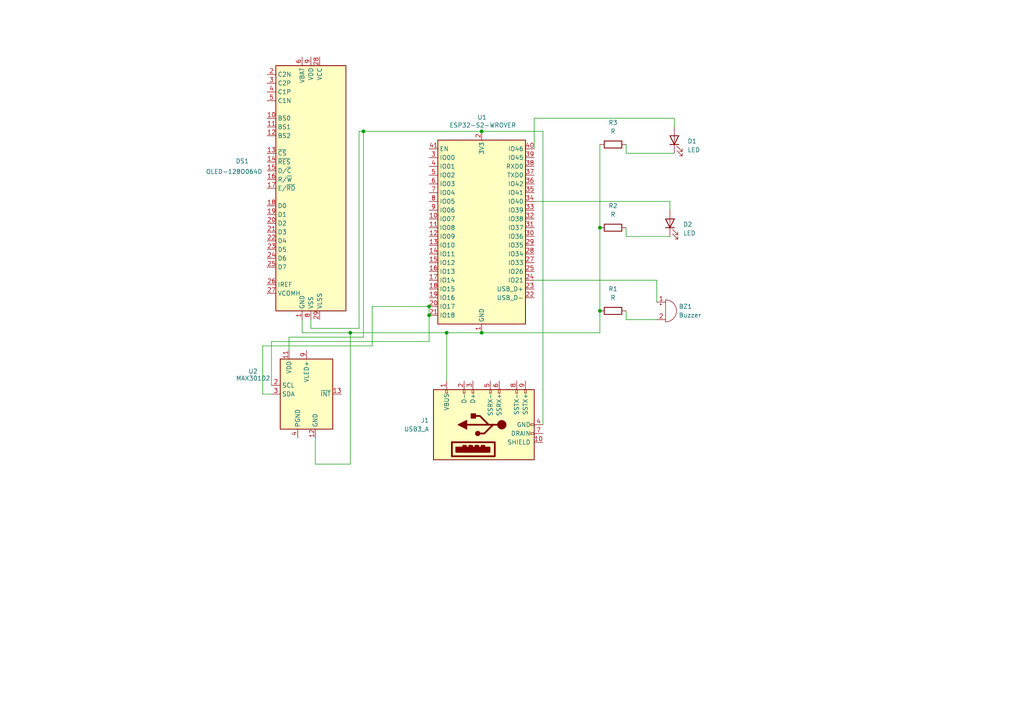
<source format=kicad_sch>
(kicad_sch
	(version 20231120)
	(generator "eeschema")
	(generator_version "8.0")
	(uuid "a3aae019-1137-4e94-a9a3-748d1f914a1f")
	(paper "A4")
	(lib_symbols
		(symbol "Connector:USB3_A"
			(pin_names
				(offset 1.016)
			)
			(exclude_from_sim no)
			(in_bom yes)
			(on_board yes)
			(property "Reference" "J"
				(at -10.16 15.24 0)
				(effects
					(font
						(size 1.27 1.27)
					)
					(justify left)
				)
			)
			(property "Value" "USB3_A"
				(at 10.16 15.24 0)
				(effects
					(font
						(size 1.27 1.27)
					)
					(justify right)
				)
			)
			(property "Footprint" ""
				(at 3.81 2.54 0)
				(effects
					(font
						(size 1.27 1.27)
					)
					(hide yes)
				)
			)
			(property "Datasheet" "~"
				(at 3.81 2.54 0)
				(effects
					(font
						(size 1.27 1.27)
					)
					(hide yes)
				)
			)
			(property "Description" "USB 3.0 A connector"
				(at 0 0 0)
				(effects
					(font
						(size 1.27 1.27)
					)
					(hide yes)
				)
			)
			(property "ki_keywords" "usb universal serial bus"
				(at 0 0 0)
				(effects
					(font
						(size 1.27 1.27)
					)
					(hide yes)
				)
			)
			(property "ki_fp_filters" "USB3*"
				(at 0 0 0)
				(effects
					(font
						(size 1.27 1.27)
					)
					(hide yes)
				)
			)
			(symbol "USB3_A_0_0"
				(rectangle
					(start -9.144 8.636)
					(end -5.08 -3.81)
					(stroke
						(width 0.508)
						(type default)
					)
					(fill
						(type none)
					)
				)
				(rectangle
					(start -7.874 7.366)
					(end -6.604 -2.286)
					(stroke
						(width 0.508)
						(type default)
					)
					(fill
						(type outline)
					)
				)
				(rectangle
					(start -6.35 0)
					(end -6.096 -0.762)
					(stroke
						(width 0.508)
						(type default)
					)
					(fill
						(type none)
					)
				)
				(rectangle
					(start -6.35 1.778)
					(end -6.096 1.016)
					(stroke
						(width 0.508)
						(type default)
					)
					(fill
						(type none)
					)
				)
				(rectangle
					(start -6.35 3.556)
					(end -6.096 2.794)
					(stroke
						(width 0.508)
						(type default)
					)
					(fill
						(type none)
					)
				)
				(rectangle
					(start -6.35 5.334)
					(end -6.096 4.572)
					(stroke
						(width 0.508)
						(type default)
					)
					(fill
						(type none)
					)
				)
				(rectangle
					(start -2.794 -15.24)
					(end -2.286 -14.224)
					(stroke
						(width 0)
						(type default)
					)
					(fill
						(type none)
					)
				)
				(rectangle
					(start -0.254 -15.24)
					(end 0.254 -14.224)
					(stroke
						(width 0)
						(type default)
					)
					(fill
						(type none)
					)
				)
				(rectangle
					(start 10.16 -12.446)
					(end 9.144 -12.954)
					(stroke
						(width 0)
						(type default)
					)
					(fill
						(type none)
					)
				)
				(rectangle
					(start 10.16 -9.906)
					(end 9.144 -10.414)
					(stroke
						(width 0)
						(type default)
					)
					(fill
						(type none)
					)
				)
				(rectangle
					(start 10.16 -4.826)
					(end 9.144 -5.334)
					(stroke
						(width 0)
						(type default)
					)
					(fill
						(type none)
					)
				)
				(rectangle
					(start 10.16 -2.286)
					(end 9.144 -2.794)
					(stroke
						(width 0)
						(type default)
					)
					(fill
						(type none)
					)
				)
				(rectangle
					(start 10.16 2.794)
					(end 9.144 2.286)
					(stroke
						(width 0)
						(type default)
					)
					(fill
						(type none)
					)
				)
				(rectangle
					(start 10.16 5.334)
					(end 9.144 4.826)
					(stroke
						(width 0)
						(type default)
					)
					(fill
						(type none)
					)
				)
				(rectangle
					(start 10.16 10.414)
					(end 9.144 9.906)
					(stroke
						(width 0)
						(type default)
					)
					(fill
						(type none)
					)
				)
			)
			(symbol "USB3_A_0_1"
				(rectangle
					(start -10.16 13.97)
					(end 10.16 -15.24)
					(stroke
						(width 0.254)
						(type default)
					)
					(fill
						(type background)
					)
				)
			)
			(symbol "USB3_A_1_1"
				(circle
					(center -2.54 1.143)
					(radius 0.635)
					(stroke
						(width 0.254)
						(type default)
					)
					(fill
						(type outline)
					)
				)
				(circle
					(center 0 -5.842)
					(radius 1.27)
					(stroke
						(width 0)
						(type default)
					)
					(fill
						(type outline)
					)
				)
				(polyline
					(pts
						(xy 0 -5.842) (xy 0 4.318)
					)
					(stroke
						(width 0.508)
						(type default)
					)
					(fill
						(type none)
					)
				)
				(polyline
					(pts
						(xy 0 -3.302) (xy -2.54 -0.762) (xy -2.54 0.508)
					)
					(stroke
						(width 0.508)
						(type default)
					)
					(fill
						(type none)
					)
				)
				(polyline
					(pts
						(xy 0 -2.032) (xy 2.54 0.508) (xy 2.54 1.778)
					)
					(stroke
						(width 0.508)
						(type default)
					)
					(fill
						(type none)
					)
				)
				(polyline
					(pts
						(xy -1.27 4.318) (xy 0 6.858) (xy 1.27 4.318) (xy -1.27 4.318)
					)
					(stroke
						(width 0.254)
						(type default)
					)
					(fill
						(type outline)
					)
				)
				(rectangle
					(start 1.905 1.778)
					(end 3.175 3.048)
					(stroke
						(width 0.254)
						(type default)
					)
					(fill
						(type outline)
					)
				)
				(pin power_in line
					(at 12.7 10.16 180)
					(length 2.54)
					(name "VBUS"
						(effects
							(font
								(size 1.27 1.27)
							)
						)
					)
					(number "1"
						(effects
							(font
								(size 1.27 1.27)
							)
						)
					)
				)
				(pin passive line
					(at -5.08 -17.78 90)
					(length 2.54)
					(name "SHIELD"
						(effects
							(font
								(size 1.27 1.27)
							)
						)
					)
					(number "10"
						(effects
							(font
								(size 1.27 1.27)
							)
						)
					)
				)
				(pin bidirectional line
					(at 12.7 5.08 180)
					(length 2.54)
					(name "D-"
						(effects
							(font
								(size 1.27 1.27)
							)
						)
					)
					(number "2"
						(effects
							(font
								(size 1.27 1.27)
							)
						)
					)
				)
				(pin bidirectional line
					(at 12.7 2.54 180)
					(length 2.54)
					(name "D+"
						(effects
							(font
								(size 1.27 1.27)
							)
						)
					)
					(number "3"
						(effects
							(font
								(size 1.27 1.27)
							)
						)
					)
				)
				(pin power_in line
					(at 0 -17.78 90)
					(length 2.54)
					(name "GND"
						(effects
							(font
								(size 1.27 1.27)
							)
						)
					)
					(number "4"
						(effects
							(font
								(size 1.27 1.27)
							)
						)
					)
				)
				(pin output line
					(at 12.7 -2.54 180)
					(length 2.54)
					(name "SSRX-"
						(effects
							(font
								(size 1.27 1.27)
							)
						)
					)
					(number "5"
						(effects
							(font
								(size 1.27 1.27)
							)
						)
					)
				)
				(pin output line
					(at 12.7 -5.08 180)
					(length 2.54)
					(name "SSRX+"
						(effects
							(font
								(size 1.27 1.27)
							)
						)
					)
					(number "6"
						(effects
							(font
								(size 1.27 1.27)
							)
						)
					)
				)
				(pin passive line
					(at -2.54 -17.78 90)
					(length 2.54)
					(name "DRAIN"
						(effects
							(font
								(size 1.27 1.27)
							)
						)
					)
					(number "7"
						(effects
							(font
								(size 1.27 1.27)
							)
						)
					)
				)
				(pin input line
					(at 12.7 -10.16 180)
					(length 2.54)
					(name "SSTX-"
						(effects
							(font
								(size 1.27 1.27)
							)
						)
					)
					(number "8"
						(effects
							(font
								(size 1.27 1.27)
							)
						)
					)
				)
				(pin input line
					(at 12.7 -12.7 180)
					(length 2.54)
					(name "SSTX+"
						(effects
							(font
								(size 1.27 1.27)
							)
						)
					)
					(number "9"
						(effects
							(font
								(size 1.27 1.27)
							)
						)
					)
				)
			)
		)
		(symbol "Device:Buzzer"
			(pin_names
				(offset 0.0254) hide)
			(exclude_from_sim no)
			(in_bom yes)
			(on_board yes)
			(property "Reference" "BZ"
				(at 3.81 1.27 0)
				(effects
					(font
						(size 1.27 1.27)
					)
					(justify left)
				)
			)
			(property "Value" "Buzzer"
				(at 3.81 -1.27 0)
				(effects
					(font
						(size 1.27 1.27)
					)
					(justify left)
				)
			)
			(property "Footprint" ""
				(at -0.635 2.54 90)
				(effects
					(font
						(size 1.27 1.27)
					)
					(hide yes)
				)
			)
			(property "Datasheet" "~"
				(at -0.635 2.54 90)
				(effects
					(font
						(size 1.27 1.27)
					)
					(hide yes)
				)
			)
			(property "Description" "Buzzer, polarized"
				(at 0 0 0)
				(effects
					(font
						(size 1.27 1.27)
					)
					(hide yes)
				)
			)
			(property "ki_keywords" "quartz resonator ceramic"
				(at 0 0 0)
				(effects
					(font
						(size 1.27 1.27)
					)
					(hide yes)
				)
			)
			(property "ki_fp_filters" "*Buzzer*"
				(at 0 0 0)
				(effects
					(font
						(size 1.27 1.27)
					)
					(hide yes)
				)
			)
			(symbol "Buzzer_0_1"
				(arc
					(start 0 -3.175)
					(mid 3.1612 0)
					(end 0 3.175)
					(stroke
						(width 0)
						(type default)
					)
					(fill
						(type none)
					)
				)
				(polyline
					(pts
						(xy -1.651 1.905) (xy -1.143 1.905)
					)
					(stroke
						(width 0)
						(type default)
					)
					(fill
						(type none)
					)
				)
				(polyline
					(pts
						(xy -1.397 2.159) (xy -1.397 1.651)
					)
					(stroke
						(width 0)
						(type default)
					)
					(fill
						(type none)
					)
				)
				(polyline
					(pts
						(xy 0 3.175) (xy 0 -3.175)
					)
					(stroke
						(width 0)
						(type default)
					)
					(fill
						(type none)
					)
				)
			)
			(symbol "Buzzer_1_1"
				(pin passive line
					(at -2.54 2.54 0)
					(length 2.54)
					(name "+"
						(effects
							(font
								(size 1.27 1.27)
							)
						)
					)
					(number "1"
						(effects
							(font
								(size 1.27 1.27)
							)
						)
					)
				)
				(pin passive line
					(at -2.54 -2.54 0)
					(length 2.54)
					(name "-"
						(effects
							(font
								(size 1.27 1.27)
							)
						)
					)
					(number "2"
						(effects
							(font
								(size 1.27 1.27)
							)
						)
					)
				)
			)
		)
		(symbol "Device:LED"
			(pin_numbers hide)
			(pin_names
				(offset 1.016) hide)
			(exclude_from_sim no)
			(in_bom yes)
			(on_board yes)
			(property "Reference" "D"
				(at 0 2.54 0)
				(effects
					(font
						(size 1.27 1.27)
					)
				)
			)
			(property "Value" "LED"
				(at 0 -2.54 0)
				(effects
					(font
						(size 1.27 1.27)
					)
				)
			)
			(property "Footprint" ""
				(at 0 0 0)
				(effects
					(font
						(size 1.27 1.27)
					)
					(hide yes)
				)
			)
			(property "Datasheet" "~"
				(at 0 0 0)
				(effects
					(font
						(size 1.27 1.27)
					)
					(hide yes)
				)
			)
			(property "Description" "Light emitting diode"
				(at 0 0 0)
				(effects
					(font
						(size 1.27 1.27)
					)
					(hide yes)
				)
			)
			(property "ki_keywords" "LED diode"
				(at 0 0 0)
				(effects
					(font
						(size 1.27 1.27)
					)
					(hide yes)
				)
			)
			(property "ki_fp_filters" "LED* LED_SMD:* LED_THT:*"
				(at 0 0 0)
				(effects
					(font
						(size 1.27 1.27)
					)
					(hide yes)
				)
			)
			(symbol "LED_0_1"
				(polyline
					(pts
						(xy -1.27 -1.27) (xy -1.27 1.27)
					)
					(stroke
						(width 0.254)
						(type default)
					)
					(fill
						(type none)
					)
				)
				(polyline
					(pts
						(xy -1.27 0) (xy 1.27 0)
					)
					(stroke
						(width 0)
						(type default)
					)
					(fill
						(type none)
					)
				)
				(polyline
					(pts
						(xy 1.27 -1.27) (xy 1.27 1.27) (xy -1.27 0) (xy 1.27 -1.27)
					)
					(stroke
						(width 0.254)
						(type default)
					)
					(fill
						(type none)
					)
				)
				(polyline
					(pts
						(xy -3.048 -0.762) (xy -4.572 -2.286) (xy -3.81 -2.286) (xy -4.572 -2.286) (xy -4.572 -1.524)
					)
					(stroke
						(width 0)
						(type default)
					)
					(fill
						(type none)
					)
				)
				(polyline
					(pts
						(xy -1.778 -0.762) (xy -3.302 -2.286) (xy -2.54 -2.286) (xy -3.302 -2.286) (xy -3.302 -1.524)
					)
					(stroke
						(width 0)
						(type default)
					)
					(fill
						(type none)
					)
				)
			)
			(symbol "LED_1_1"
				(pin passive line
					(at -3.81 0 0)
					(length 2.54)
					(name "K"
						(effects
							(font
								(size 1.27 1.27)
							)
						)
					)
					(number "1"
						(effects
							(font
								(size 1.27 1.27)
							)
						)
					)
				)
				(pin passive line
					(at 3.81 0 180)
					(length 2.54)
					(name "A"
						(effects
							(font
								(size 1.27 1.27)
							)
						)
					)
					(number "2"
						(effects
							(font
								(size 1.27 1.27)
							)
						)
					)
				)
			)
		)
		(symbol "Device:R"
			(pin_numbers hide)
			(pin_names
				(offset 0)
			)
			(exclude_from_sim no)
			(in_bom yes)
			(on_board yes)
			(property "Reference" "R"
				(at 2.032 0 90)
				(effects
					(font
						(size 1.27 1.27)
					)
				)
			)
			(property "Value" "R"
				(at 0 0 90)
				(effects
					(font
						(size 1.27 1.27)
					)
				)
			)
			(property "Footprint" ""
				(at -1.778 0 90)
				(effects
					(font
						(size 1.27 1.27)
					)
					(hide yes)
				)
			)
			(property "Datasheet" "~"
				(at 0 0 0)
				(effects
					(font
						(size 1.27 1.27)
					)
					(hide yes)
				)
			)
			(property "Description" "Resistor"
				(at 0 0 0)
				(effects
					(font
						(size 1.27 1.27)
					)
					(hide yes)
				)
			)
			(property "ki_keywords" "R res resistor"
				(at 0 0 0)
				(effects
					(font
						(size 1.27 1.27)
					)
					(hide yes)
				)
			)
			(property "ki_fp_filters" "R_*"
				(at 0 0 0)
				(effects
					(font
						(size 1.27 1.27)
					)
					(hide yes)
				)
			)
			(symbol "R_0_1"
				(rectangle
					(start -1.016 -2.54)
					(end 1.016 2.54)
					(stroke
						(width 0.254)
						(type default)
					)
					(fill
						(type none)
					)
				)
			)
			(symbol "R_1_1"
				(pin passive line
					(at 0 3.81 270)
					(length 1.27)
					(name "~"
						(effects
							(font
								(size 1.27 1.27)
							)
						)
					)
					(number "1"
						(effects
							(font
								(size 1.27 1.27)
							)
						)
					)
				)
				(pin passive line
					(at 0 -3.81 90)
					(length 1.27)
					(name "~"
						(effects
							(font
								(size 1.27 1.27)
							)
						)
					)
					(number "2"
						(effects
							(font
								(size 1.27 1.27)
							)
						)
					)
				)
			)
		)
		(symbol "Display_Graphic:OLED-128O064D"
			(exclude_from_sim no)
			(in_bom yes)
			(on_board yes)
			(property "Reference" "DS"
				(at -10.16 38.1 0)
				(effects
					(font
						(size 1.27 1.27)
					)
				)
			)
			(property "Value" "OLED-128O064D"
				(at 12.7 38.1 0)
				(effects
					(font
						(size 1.27 1.27)
					)
				)
			)
			(property "Footprint" "Display:OLED-128O064D"
				(at 0 0 0)
				(effects
					(font
						(size 1.27 1.27)
					)
					(hide yes)
				)
			)
			(property "Datasheet" "https://www.vishay.com/docs/37902/oled128o064dbpp3n00000.pdf"
				(at 0 20.32 0)
				(effects
					(font
						(size 1.27 1.27)
					)
					(hide yes)
				)
			)
			(property "Description" "OLED display 128x64"
				(at 0 0 0)
				(effects
					(font
						(size 1.27 1.27)
					)
					(hide yes)
				)
			)
			(property "ki_keywords" "display oled"
				(at 0 0 0)
				(effects
					(font
						(size 1.27 1.27)
					)
					(hide yes)
				)
			)
			(property "ki_fp_filters" "OLED?128O064D*"
				(at 0 0 0)
				(effects
					(font
						(size 1.27 1.27)
					)
					(hide yes)
				)
			)
			(symbol "OLED-128O064D_0_1"
				(rectangle
					(start -10.16 35.56)
					(end 10.16 -35.56)
					(stroke
						(width 0.254)
						(type default)
					)
					(fill
						(type background)
					)
				)
			)
			(symbol "OLED-128O064D_1_1"
				(pin power_in line
					(at -2.54 -38.1 90)
					(length 2.54)
					(name "GND"
						(effects
							(font
								(size 1.27 1.27)
							)
						)
					)
					(number "1"
						(effects
							(font
								(size 1.27 1.27)
							)
						)
					)
				)
				(pin input line
					(at -12.7 20.32 0)
					(length 2.54)
					(name "BS0"
						(effects
							(font
								(size 1.27 1.27)
							)
						)
					)
					(number "10"
						(effects
							(font
								(size 1.27 1.27)
							)
						)
					)
				)
				(pin input line
					(at -12.7 17.78 0)
					(length 2.54)
					(name "BS1"
						(effects
							(font
								(size 1.27 1.27)
							)
						)
					)
					(number "11"
						(effects
							(font
								(size 1.27 1.27)
							)
						)
					)
				)
				(pin input line
					(at -12.7 15.24 0)
					(length 2.54)
					(name "BS2"
						(effects
							(font
								(size 1.27 1.27)
							)
						)
					)
					(number "12"
						(effects
							(font
								(size 1.27 1.27)
							)
						)
					)
				)
				(pin input line
					(at -12.7 10.16 0)
					(length 2.54)
					(name "~{CS}"
						(effects
							(font
								(size 1.27 1.27)
							)
						)
					)
					(number "13"
						(effects
							(font
								(size 1.27 1.27)
							)
						)
					)
				)
				(pin input line
					(at -12.7 7.62 0)
					(length 2.54)
					(name "~{RES}"
						(effects
							(font
								(size 1.27 1.27)
							)
						)
					)
					(number "14"
						(effects
							(font
								(size 1.27 1.27)
							)
						)
					)
				)
				(pin input line
					(at -12.7 5.08 0)
					(length 2.54)
					(name "D/~{C}"
						(effects
							(font
								(size 1.27 1.27)
							)
						)
					)
					(number "15"
						(effects
							(font
								(size 1.27 1.27)
							)
						)
					)
				)
				(pin input line
					(at -12.7 2.54 0)
					(length 2.54)
					(name "R/~{W}"
						(effects
							(font
								(size 1.27 1.27)
							)
						)
					)
					(number "16"
						(effects
							(font
								(size 1.27 1.27)
							)
						)
					)
				)
				(pin input line
					(at -12.7 0 0)
					(length 2.54)
					(name "E/~{RD}"
						(effects
							(font
								(size 1.27 1.27)
							)
						)
					)
					(number "17"
						(effects
							(font
								(size 1.27 1.27)
							)
						)
					)
				)
				(pin bidirectional line
					(at -12.7 -5.08 0)
					(length 2.54)
					(name "D0"
						(effects
							(font
								(size 1.27 1.27)
							)
						)
					)
					(number "18"
						(effects
							(font
								(size 1.27 1.27)
							)
						)
					)
				)
				(pin bidirectional line
					(at -12.7 -7.62 0)
					(length 2.54)
					(name "D1"
						(effects
							(font
								(size 1.27 1.27)
							)
						)
					)
					(number "19"
						(effects
							(font
								(size 1.27 1.27)
							)
						)
					)
				)
				(pin passive line
					(at -12.7 33.02 0)
					(length 2.54)
					(name "C2N"
						(effects
							(font
								(size 1.27 1.27)
							)
						)
					)
					(number "2"
						(effects
							(font
								(size 1.27 1.27)
							)
						)
					)
				)
				(pin bidirectional line
					(at -12.7 -10.16 0)
					(length 2.54)
					(name "D2"
						(effects
							(font
								(size 1.27 1.27)
							)
						)
					)
					(number "20"
						(effects
							(font
								(size 1.27 1.27)
							)
						)
					)
				)
				(pin bidirectional line
					(at -12.7 -12.7 0)
					(length 2.54)
					(name "D3"
						(effects
							(font
								(size 1.27 1.27)
							)
						)
					)
					(number "21"
						(effects
							(font
								(size 1.27 1.27)
							)
						)
					)
				)
				(pin bidirectional line
					(at -12.7 -15.24 0)
					(length 2.54)
					(name "D4"
						(effects
							(font
								(size 1.27 1.27)
							)
						)
					)
					(number "22"
						(effects
							(font
								(size 1.27 1.27)
							)
						)
					)
				)
				(pin bidirectional line
					(at -12.7 -17.78 0)
					(length 2.54)
					(name "D5"
						(effects
							(font
								(size 1.27 1.27)
							)
						)
					)
					(number "23"
						(effects
							(font
								(size 1.27 1.27)
							)
						)
					)
				)
				(pin bidirectional line
					(at -12.7 -20.32 0)
					(length 2.54)
					(name "D6"
						(effects
							(font
								(size 1.27 1.27)
							)
						)
					)
					(number "24"
						(effects
							(font
								(size 1.27 1.27)
							)
						)
					)
				)
				(pin bidirectional line
					(at -12.7 -22.86 0)
					(length 2.54)
					(name "D7"
						(effects
							(font
								(size 1.27 1.27)
							)
						)
					)
					(number "25"
						(effects
							(font
								(size 1.27 1.27)
							)
						)
					)
				)
				(pin passive line
					(at -12.7 -27.94 0)
					(length 2.54)
					(name "IREF"
						(effects
							(font
								(size 1.27 1.27)
							)
						)
					)
					(number "26"
						(effects
							(font
								(size 1.27 1.27)
							)
						)
					)
				)
				(pin passive line
					(at -12.7 -30.48 0)
					(length 2.54)
					(name "VCOMH"
						(effects
							(font
								(size 1.27 1.27)
							)
						)
					)
					(number "27"
						(effects
							(font
								(size 1.27 1.27)
							)
						)
					)
				)
				(pin power_in line
					(at 2.54 38.1 270)
					(length 2.54)
					(name "VCC"
						(effects
							(font
								(size 1.27 1.27)
							)
						)
					)
					(number "28"
						(effects
							(font
								(size 1.27 1.27)
							)
						)
					)
				)
				(pin power_in line
					(at 2.54 -38.1 90)
					(length 2.54)
					(name "VLSS"
						(effects
							(font
								(size 1.27 1.27)
							)
						)
					)
					(number "29"
						(effects
							(font
								(size 1.27 1.27)
							)
						)
					)
				)
				(pin passive line
					(at -12.7 30.48 0)
					(length 2.54)
					(name "C2P"
						(effects
							(font
								(size 1.27 1.27)
							)
						)
					)
					(number "3"
						(effects
							(font
								(size 1.27 1.27)
							)
						)
					)
				)
				(pin passive line
					(at -2.54 -38.1 90)
					(length 2.54) hide
					(name "GND"
						(effects
							(font
								(size 1.27 1.27)
							)
						)
					)
					(number "30"
						(effects
							(font
								(size 1.27 1.27)
							)
						)
					)
				)
				(pin passive line
					(at -12.7 27.94 0)
					(length 2.54)
					(name "C1P"
						(effects
							(font
								(size 1.27 1.27)
							)
						)
					)
					(number "4"
						(effects
							(font
								(size 1.27 1.27)
							)
						)
					)
				)
				(pin passive line
					(at -12.7 25.4 0)
					(length 2.54)
					(name "C1N"
						(effects
							(font
								(size 1.27 1.27)
							)
						)
					)
					(number "5"
						(effects
							(font
								(size 1.27 1.27)
							)
						)
					)
				)
				(pin power_in line
					(at -2.54 38.1 270)
					(length 2.54)
					(name "VBAT"
						(effects
							(font
								(size 1.27 1.27)
							)
						)
					)
					(number "6"
						(effects
							(font
								(size 1.27 1.27)
							)
						)
					)
				)
				(pin no_connect line
					(at 10.16 0 180)
					(length 2.54) hide
					(name "NC"
						(effects
							(font
								(size 1.27 1.27)
							)
						)
					)
					(number "7"
						(effects
							(font
								(size 1.27 1.27)
							)
						)
					)
				)
				(pin power_in line
					(at 0 -38.1 90)
					(length 2.54)
					(name "VSS"
						(effects
							(font
								(size 1.27 1.27)
							)
						)
					)
					(number "8"
						(effects
							(font
								(size 1.27 1.27)
							)
						)
					)
				)
				(pin power_in line
					(at 0 38.1 270)
					(length 2.54)
					(name "VDD"
						(effects
							(font
								(size 1.27 1.27)
							)
						)
					)
					(number "9"
						(effects
							(font
								(size 1.27 1.27)
							)
						)
					)
				)
			)
		)
		(symbol "RF_Module:ESP32-S2-WROVER"
			(exclude_from_sim no)
			(in_bom yes)
			(on_board yes)
			(property "Reference" "U"
				(at -12.7 29.21 0)
				(effects
					(font
						(size 1.27 1.27)
					)
					(justify left)
				)
			)
			(property "Value" "ESP32-S2-WROVER"
				(at 2.54 29.21 0)
				(effects
					(font
						(size 1.27 1.27)
					)
					(justify left)
				)
			)
			(property "Footprint" "RF_Module:ESP32-S2-WROVER"
				(at 19.05 -29.21 0)
				(effects
					(font
						(size 1.27 1.27)
					)
					(hide yes)
				)
			)
			(property "Datasheet" "https://www.espressif.com/sites/default/files/documentation/esp32-s2-wroom_esp32-s2-wroom-i_datasheet_en.pdf"
				(at -7.62 -20.32 0)
				(effects
					(font
						(size 1.27 1.27)
					)
					(hide yes)
				)
			)
			(property "Description" "RF Module, ESP32-D0WDQ6 SoC, Wi-Fi 802.11b/g/n, 32-bit, 2.7-3.6V, onboard antenna, SMD"
				(at 0 0 0)
				(effects
					(font
						(size 1.27 1.27)
					)
					(hide yes)
				)
			)
			(property "ki_keywords" "RF Radio ESP ESP32 Espressif onboard PCB antenna"
				(at 0 0 0)
				(effects
					(font
						(size 1.27 1.27)
					)
					(hide yes)
				)
			)
			(property "ki_fp_filters" "ESP32?S2?WROVER*"
				(at 0 0 0)
				(effects
					(font
						(size 1.27 1.27)
					)
					(hide yes)
				)
			)
			(symbol "ESP32-S2-WROVER_0_1"
				(rectangle
					(start -12.7 27.94)
					(end 12.7 -25.4)
					(stroke
						(width 0.254)
						(type default)
					)
					(fill
						(type background)
					)
				)
			)
			(symbol "ESP32-S2-WROVER_1_1"
				(pin power_in line
					(at 0 -27.94 90)
					(length 2.54)
					(name "GND"
						(effects
							(font
								(size 1.27 1.27)
							)
						)
					)
					(number "1"
						(effects
							(font
								(size 1.27 1.27)
							)
						)
					)
				)
				(pin bidirectional line
					(at -15.24 5.08 0)
					(length 2.54)
					(name "IO07"
						(effects
							(font
								(size 1.27 1.27)
							)
						)
					)
					(number "10"
						(effects
							(font
								(size 1.27 1.27)
							)
						)
					)
				)
				(pin bidirectional line
					(at -15.24 2.54 0)
					(length 2.54)
					(name "IO08"
						(effects
							(font
								(size 1.27 1.27)
							)
						)
					)
					(number "11"
						(effects
							(font
								(size 1.27 1.27)
							)
						)
					)
				)
				(pin bidirectional line
					(at -15.24 0 0)
					(length 2.54)
					(name "IO09"
						(effects
							(font
								(size 1.27 1.27)
							)
						)
					)
					(number "12"
						(effects
							(font
								(size 1.27 1.27)
							)
						)
					)
				)
				(pin bidirectional line
					(at -15.24 -2.54 0)
					(length 2.54)
					(name "IO10"
						(effects
							(font
								(size 1.27 1.27)
							)
						)
					)
					(number "13"
						(effects
							(font
								(size 1.27 1.27)
							)
						)
					)
				)
				(pin bidirectional line
					(at -15.24 -5.08 0)
					(length 2.54)
					(name "IO11"
						(effects
							(font
								(size 1.27 1.27)
							)
						)
					)
					(number "14"
						(effects
							(font
								(size 1.27 1.27)
							)
						)
					)
				)
				(pin bidirectional line
					(at -15.24 -7.62 0)
					(length 2.54)
					(name "IO12"
						(effects
							(font
								(size 1.27 1.27)
							)
						)
					)
					(number "15"
						(effects
							(font
								(size 1.27 1.27)
							)
						)
					)
				)
				(pin bidirectional line
					(at -15.24 -10.16 0)
					(length 2.54)
					(name "IO13"
						(effects
							(font
								(size 1.27 1.27)
							)
						)
					)
					(number "16"
						(effects
							(font
								(size 1.27 1.27)
							)
						)
					)
				)
				(pin bidirectional line
					(at -15.24 -12.7 0)
					(length 2.54)
					(name "IO14"
						(effects
							(font
								(size 1.27 1.27)
							)
						)
					)
					(number "17"
						(effects
							(font
								(size 1.27 1.27)
							)
						)
					)
				)
				(pin bidirectional line
					(at -15.24 -15.24 0)
					(length 2.54)
					(name "IO15"
						(effects
							(font
								(size 1.27 1.27)
							)
						)
					)
					(number "18"
						(effects
							(font
								(size 1.27 1.27)
							)
						)
					)
				)
				(pin bidirectional line
					(at -15.24 -17.78 0)
					(length 2.54)
					(name "IO16"
						(effects
							(font
								(size 1.27 1.27)
							)
						)
					)
					(number "19"
						(effects
							(font
								(size 1.27 1.27)
							)
						)
					)
				)
				(pin power_in line
					(at 0 30.48 270)
					(length 2.54)
					(name "3V3"
						(effects
							(font
								(size 1.27 1.27)
							)
						)
					)
					(number "2"
						(effects
							(font
								(size 1.27 1.27)
							)
						)
					)
				)
				(pin bidirectional line
					(at -15.24 -20.32 0)
					(length 2.54)
					(name "IO17"
						(effects
							(font
								(size 1.27 1.27)
							)
						)
					)
					(number "20"
						(effects
							(font
								(size 1.27 1.27)
							)
						)
					)
				)
				(pin bidirectional line
					(at -15.24 -22.86 0)
					(length 2.54)
					(name "IO18"
						(effects
							(font
								(size 1.27 1.27)
							)
						)
					)
					(number "21"
						(effects
							(font
								(size 1.27 1.27)
							)
						)
					)
				)
				(pin bidirectional line
					(at 15.24 -17.78 180)
					(length 2.54)
					(name "USB_D-"
						(effects
							(font
								(size 1.27 1.27)
							)
						)
					)
					(number "22"
						(effects
							(font
								(size 1.27 1.27)
							)
						)
					)
				)
				(pin bidirectional line
					(at 15.24 -15.24 180)
					(length 2.54)
					(name "USB_D+"
						(effects
							(font
								(size 1.27 1.27)
							)
						)
					)
					(number "23"
						(effects
							(font
								(size 1.27 1.27)
							)
						)
					)
				)
				(pin bidirectional line
					(at 15.24 -12.7 180)
					(length 2.54)
					(name "IO21"
						(effects
							(font
								(size 1.27 1.27)
							)
						)
					)
					(number "24"
						(effects
							(font
								(size 1.27 1.27)
							)
						)
					)
				)
				(pin bidirectional line
					(at 15.24 -10.16 180)
					(length 2.54)
					(name "IO26"
						(effects
							(font
								(size 1.27 1.27)
							)
						)
					)
					(number "25"
						(effects
							(font
								(size 1.27 1.27)
							)
						)
					)
				)
				(pin passive line
					(at 0 -27.94 90)
					(length 2.54) hide
					(name "GND"
						(effects
							(font
								(size 1.27 1.27)
							)
						)
					)
					(number "26"
						(effects
							(font
								(size 1.27 1.27)
							)
						)
					)
				)
				(pin bidirectional line
					(at 15.24 -7.62 180)
					(length 2.54)
					(name "IO33"
						(effects
							(font
								(size 1.27 1.27)
							)
						)
					)
					(number "27"
						(effects
							(font
								(size 1.27 1.27)
							)
						)
					)
				)
				(pin bidirectional line
					(at 15.24 -5.08 180)
					(length 2.54)
					(name "IO34"
						(effects
							(font
								(size 1.27 1.27)
							)
						)
					)
					(number "28"
						(effects
							(font
								(size 1.27 1.27)
							)
						)
					)
				)
				(pin bidirectional line
					(at 15.24 -2.54 180)
					(length 2.54)
					(name "IO35"
						(effects
							(font
								(size 1.27 1.27)
							)
						)
					)
					(number "29"
						(effects
							(font
								(size 1.27 1.27)
							)
						)
					)
				)
				(pin bidirectional line
					(at -15.24 22.86 0)
					(length 2.54)
					(name "IO00"
						(effects
							(font
								(size 1.27 1.27)
							)
						)
					)
					(number "3"
						(effects
							(font
								(size 1.27 1.27)
							)
						)
					)
				)
				(pin bidirectional line
					(at 15.24 0 180)
					(length 2.54)
					(name "IO36"
						(effects
							(font
								(size 1.27 1.27)
							)
						)
					)
					(number "30"
						(effects
							(font
								(size 1.27 1.27)
							)
						)
					)
				)
				(pin bidirectional line
					(at 15.24 2.54 180)
					(length 2.54)
					(name "IO37"
						(effects
							(font
								(size 1.27 1.27)
							)
						)
					)
					(number "31"
						(effects
							(font
								(size 1.27 1.27)
							)
						)
					)
				)
				(pin bidirectional line
					(at 15.24 5.08 180)
					(length 2.54)
					(name "IO38"
						(effects
							(font
								(size 1.27 1.27)
							)
						)
					)
					(number "32"
						(effects
							(font
								(size 1.27 1.27)
							)
						)
					)
				)
				(pin bidirectional line
					(at 15.24 7.62 180)
					(length 2.54)
					(name "IO39"
						(effects
							(font
								(size 1.27 1.27)
							)
						)
					)
					(number "33"
						(effects
							(font
								(size 1.27 1.27)
							)
						)
					)
				)
				(pin bidirectional line
					(at 15.24 10.16 180)
					(length 2.54)
					(name "IO40"
						(effects
							(font
								(size 1.27 1.27)
							)
						)
					)
					(number "34"
						(effects
							(font
								(size 1.27 1.27)
							)
						)
					)
				)
				(pin bidirectional line
					(at 15.24 12.7 180)
					(length 2.54)
					(name "IO41"
						(effects
							(font
								(size 1.27 1.27)
							)
						)
					)
					(number "35"
						(effects
							(font
								(size 1.27 1.27)
							)
						)
					)
				)
				(pin bidirectional line
					(at 15.24 15.24 180)
					(length 2.54)
					(name "IO42"
						(effects
							(font
								(size 1.27 1.27)
							)
						)
					)
					(number "36"
						(effects
							(font
								(size 1.27 1.27)
							)
						)
					)
				)
				(pin bidirectional line
					(at 15.24 17.78 180)
					(length 2.54)
					(name "TXD0"
						(effects
							(font
								(size 1.27 1.27)
							)
						)
					)
					(number "37"
						(effects
							(font
								(size 1.27 1.27)
							)
						)
					)
				)
				(pin bidirectional line
					(at 15.24 20.32 180)
					(length 2.54)
					(name "RXD0"
						(effects
							(font
								(size 1.27 1.27)
							)
						)
					)
					(number "38"
						(effects
							(font
								(size 1.27 1.27)
							)
						)
					)
				)
				(pin bidirectional line
					(at 15.24 22.86 180)
					(length 2.54)
					(name "IO45"
						(effects
							(font
								(size 1.27 1.27)
							)
						)
					)
					(number "39"
						(effects
							(font
								(size 1.27 1.27)
							)
						)
					)
				)
				(pin bidirectional line
					(at -15.24 20.32 0)
					(length 2.54)
					(name "IO01"
						(effects
							(font
								(size 1.27 1.27)
							)
						)
					)
					(number "4"
						(effects
							(font
								(size 1.27 1.27)
							)
						)
					)
				)
				(pin input line
					(at 15.24 25.4 180)
					(length 2.54)
					(name "IO46"
						(effects
							(font
								(size 1.27 1.27)
							)
						)
					)
					(number "40"
						(effects
							(font
								(size 1.27 1.27)
							)
						)
					)
				)
				(pin input line
					(at -15.24 25.4 0)
					(length 2.54)
					(name "EN"
						(effects
							(font
								(size 1.27 1.27)
							)
						)
					)
					(number "41"
						(effects
							(font
								(size 1.27 1.27)
							)
						)
					)
				)
				(pin passive line
					(at 0 -27.94 90)
					(length 2.54) hide
					(name "GND"
						(effects
							(font
								(size 1.27 1.27)
							)
						)
					)
					(number "42"
						(effects
							(font
								(size 1.27 1.27)
							)
						)
					)
				)
				(pin passive line
					(at 0 -27.94 90)
					(length 2.54) hide
					(name "GND"
						(effects
							(font
								(size 1.27 1.27)
							)
						)
					)
					(number "43"
						(effects
							(font
								(size 1.27 1.27)
							)
						)
					)
				)
				(pin bidirectional line
					(at -15.24 17.78 0)
					(length 2.54)
					(name "IO02"
						(effects
							(font
								(size 1.27 1.27)
							)
						)
					)
					(number "5"
						(effects
							(font
								(size 1.27 1.27)
							)
						)
					)
				)
				(pin bidirectional line
					(at -15.24 15.24 0)
					(length 2.54)
					(name "IO03"
						(effects
							(font
								(size 1.27 1.27)
							)
						)
					)
					(number "6"
						(effects
							(font
								(size 1.27 1.27)
							)
						)
					)
				)
				(pin bidirectional line
					(at -15.24 12.7 0)
					(length 2.54)
					(name "IO04"
						(effects
							(font
								(size 1.27 1.27)
							)
						)
					)
					(number "7"
						(effects
							(font
								(size 1.27 1.27)
							)
						)
					)
				)
				(pin bidirectional line
					(at -15.24 10.16 0)
					(length 2.54)
					(name "IO05"
						(effects
							(font
								(size 1.27 1.27)
							)
						)
					)
					(number "8"
						(effects
							(font
								(size 1.27 1.27)
							)
						)
					)
				)
				(pin bidirectional line
					(at -15.24 7.62 0)
					(length 2.54)
					(name "IO06"
						(effects
							(font
								(size 1.27 1.27)
							)
						)
					)
					(number "9"
						(effects
							(font
								(size 1.27 1.27)
							)
						)
					)
				)
			)
		)
		(symbol "Sensor:MAX30102"
			(exclude_from_sim no)
			(in_bom yes)
			(on_board yes)
			(property "Reference" "U"
				(at 7.62 15.24 0)
				(effects
					(font
						(size 1.27 1.27)
					)
				)
			)
			(property "Value" "MAX30102"
				(at 7.62 12.7 0)
				(effects
					(font
						(size 1.27 1.27)
					)
				)
			)
			(property "Footprint" "OptoDevice:Maxim_OLGA-14_3.3x5.6mm_P0.8mm"
				(at 0 -2.54 0)
				(effects
					(font
						(size 1.27 1.27)
					)
					(hide yes)
				)
			)
			(property "Datasheet" "https://datasheets.maximintegrated.com/en/ds/MAX30102.pdf"
				(at 0 0 0)
				(effects
					(font
						(size 1.27 1.27)
					)
					(hide yes)
				)
			)
			(property "Description" "Heart Rate Sensor, 14-OLGA"
				(at 0 0 0)
				(effects
					(font
						(size 1.27 1.27)
					)
					(hide yes)
				)
			)
			(property "ki_keywords" "Heart Rate"
				(at 0 0 0)
				(effects
					(font
						(size 1.27 1.27)
					)
					(hide yes)
				)
			)
			(property "ki_fp_filters" "Maxim*OLGA*3.3x5.6mm*P0.8mm*"
				(at 0 0 0)
				(effects
					(font
						(size 1.27 1.27)
					)
					(hide yes)
				)
			)
			(symbol "MAX30102_0_1"
				(rectangle
					(start -7.62 10.16)
					(end 7.62 -10.16)
					(stroke
						(width 0.254)
						(type default)
					)
					(fill
						(type background)
					)
				)
			)
			(symbol "MAX30102_1_1"
				(pin no_connect line
					(at -7.62 5.08 0)
					(length 2.54) hide
					(name "NC"
						(effects
							(font
								(size 1.27 1.27)
							)
						)
					)
					(number "1"
						(effects
							(font
								(size 1.27 1.27)
							)
						)
					)
				)
				(pin passive line
					(at 0 12.7 270)
					(length 2.54) hide
					(name "VLED+"
						(effects
							(font
								(size 1.27 1.27)
							)
						)
					)
					(number "10"
						(effects
							(font
								(size 1.27 1.27)
							)
						)
					)
				)
				(pin power_in line
					(at -5.08 12.7 270)
					(length 2.54)
					(name "VDD"
						(effects
							(font
								(size 1.27 1.27)
							)
						)
					)
					(number "11"
						(effects
							(font
								(size 1.27 1.27)
							)
						)
					)
				)
				(pin power_in line
					(at 2.54 -12.7 90)
					(length 2.54)
					(name "GND"
						(effects
							(font
								(size 1.27 1.27)
							)
						)
					)
					(number "12"
						(effects
							(font
								(size 1.27 1.27)
							)
						)
					)
				)
				(pin output line
					(at 10.16 0 180)
					(length 2.54)
					(name "~{INT}"
						(effects
							(font
								(size 1.27 1.27)
							)
						)
					)
					(number "13"
						(effects
							(font
								(size 1.27 1.27)
							)
						)
					)
				)
				(pin no_connect line
					(at 7.62 2.54 180)
					(length 2.54) hide
					(name "NC"
						(effects
							(font
								(size 1.27 1.27)
							)
						)
					)
					(number "14"
						(effects
							(font
								(size 1.27 1.27)
							)
						)
					)
				)
				(pin input line
					(at -10.16 2.54 0)
					(length 2.54)
					(name "SCL"
						(effects
							(font
								(size 1.27 1.27)
							)
						)
					)
					(number "2"
						(effects
							(font
								(size 1.27 1.27)
							)
						)
					)
				)
				(pin bidirectional line
					(at -10.16 0 0)
					(length 2.54)
					(name "SDA"
						(effects
							(font
								(size 1.27 1.27)
							)
						)
					)
					(number "3"
						(effects
							(font
								(size 1.27 1.27)
							)
						)
					)
				)
				(pin power_in line
					(at -2.54 -12.7 90)
					(length 2.54)
					(name "PGND"
						(effects
							(font
								(size 1.27 1.27)
							)
						)
					)
					(number "4"
						(effects
							(font
								(size 1.27 1.27)
							)
						)
					)
				)
				(pin no_connect line
					(at 7.62 -7.62 180)
					(length 2.54) hide
					(name "NC"
						(effects
							(font
								(size 1.27 1.27)
							)
						)
					)
					(number "5"
						(effects
							(font
								(size 1.27 1.27)
							)
						)
					)
				)
				(pin no_connect line
					(at 7.62 -5.08 180)
					(length 2.54) hide
					(name "NC"
						(effects
							(font
								(size 1.27 1.27)
							)
						)
					)
					(number "6"
						(effects
							(font
								(size 1.27 1.27)
							)
						)
					)
				)
				(pin no_connect line
					(at -7.62 -2.54 0)
					(length 2.54) hide
					(name "NC"
						(effects
							(font
								(size 1.27 1.27)
							)
						)
					)
					(number "7"
						(effects
							(font
								(size 1.27 1.27)
							)
						)
					)
				)
				(pin no_connect line
					(at 7.62 5.08 180)
					(length 2.54) hide
					(name "NC"
						(effects
							(font
								(size 1.27 1.27)
							)
						)
					)
					(number "8"
						(effects
							(font
								(size 1.27 1.27)
							)
						)
					)
				)
				(pin power_in line
					(at 0 12.7 270)
					(length 2.54)
					(name "VLED+"
						(effects
							(font
								(size 1.27 1.27)
							)
						)
					)
					(number "9"
						(effects
							(font
								(size 1.27 1.27)
							)
						)
					)
				)
			)
		)
	)
	(junction
		(at 173.99 66.04)
		(diameter 0)
		(color 0 0 0 0)
		(uuid "48a46ace-8337-4ddd-aa5c-4549e67f41ed")
	)
	(junction
		(at 105.41 38.1)
		(diameter 0)
		(color 0 0 0 0)
		(uuid "4e4ee58e-ab95-4807-a79a-eea22f1161df")
	)
	(junction
		(at 124.46 88.9)
		(diameter 0)
		(color 0 0 0 0)
		(uuid "5c04885b-3dc8-46f4-ab6d-52e04a0bad93")
	)
	(junction
		(at 139.7 96.52)
		(diameter 0)
		(color 0 0 0 0)
		(uuid "749fdcc4-bd42-4bc3-a1a0-d4c9e9320747")
	)
	(junction
		(at 139.7 38.1)
		(diameter 0)
		(color 0 0 0 0)
		(uuid "93f49527-63f1-4567-8730-62fc27b1090a")
	)
	(junction
		(at 129.54 96.52)
		(diameter 0)
		(color 0 0 0 0)
		(uuid "96e0b673-0b2e-4f7f-ba86-cf2ff3dd9d4d")
	)
	(junction
		(at 101.6 96.52)
		(diameter 0)
		(color 0 0 0 0)
		(uuid "aa99feeb-4649-459f-b451-524235766b45")
	)
	(junction
		(at 124.46 91.44)
		(diameter 0)
		(color 0 0 0 0)
		(uuid "d095595d-5752-49a6-93ca-b284724322c6")
	)
	(junction
		(at 173.99 90.17)
		(diameter 0)
		(color 0 0 0 0)
		(uuid "fa6b1883-18da-42cc-8341-533bfecbba6c")
	)
	(wire
		(pts
			(xy 154.94 81.28) (xy 190.5 81.28)
		)
		(stroke
			(width 0)
			(type default)
		)
		(uuid "1130ac35-04ca-4fdb-a2b1-a93153d37d4c")
	)
	(wire
		(pts
			(xy 101.6 96.52) (xy 129.54 96.52)
		)
		(stroke
			(width 0)
			(type default)
		)
		(uuid "13b89c65-310b-4753-8c77-8061dc45a6ce")
	)
	(wire
		(pts
			(xy 157.48 38.1) (xy 139.7 38.1)
		)
		(stroke
			(width 0)
			(type default)
		)
		(uuid "1b198024-7b2e-43b9-a646-9eb6ea79373d")
	)
	(wire
		(pts
			(xy 124.46 88.9) (xy 124.46 91.44)
		)
		(stroke
			(width 0)
			(type default)
		)
		(uuid "1c6c7c67-a13f-4bb2-acf3-34852ebefa71")
	)
	(wire
		(pts
			(xy 195.58 34.29) (xy 195.58 36.83)
		)
		(stroke
			(width 0)
			(type default)
		)
		(uuid "1cb75c01-9f90-483e-ae33-f26aebf2bb40")
	)
	(wire
		(pts
			(xy 124.46 88.9) (xy 107.95 88.9)
		)
		(stroke
			(width 0)
			(type default)
		)
		(uuid "282c2cfc-f36f-4784-a7ec-325d3f04aaf3")
	)
	(wire
		(pts
			(xy 101.6 96.52) (xy 101.6 134.62)
		)
		(stroke
			(width 0)
			(type default)
		)
		(uuid "28dfd6cf-df73-4927-b293-98ef47805718")
	)
	(wire
		(pts
			(xy 190.5 81.28) (xy 190.5 87.63)
		)
		(stroke
			(width 0)
			(type default)
		)
		(uuid "30f7299c-8cb4-46cc-8c8c-04b288752a1d")
	)
	(wire
		(pts
			(xy 154.94 34.29) (xy 195.58 34.29)
		)
		(stroke
			(width 0)
			(type default)
		)
		(uuid "394c8c02-7285-4fe7-81b2-7feffb55ca5f")
	)
	(wire
		(pts
			(xy 104.14 38.1) (xy 105.41 38.1)
		)
		(stroke
			(width 0)
			(type default)
		)
		(uuid "3a23acdf-416a-4ad8-9180-9d30ef4cd58c")
	)
	(wire
		(pts
			(xy 194.31 58.42) (xy 194.31 60.96)
		)
		(stroke
			(width 0)
			(type default)
		)
		(uuid "47c0659c-968b-411f-afae-61bd95e82722")
	)
	(wire
		(pts
			(xy 181.61 44.45) (xy 195.58 44.45)
		)
		(stroke
			(width 0)
			(type default)
		)
		(uuid "4d4c8c4a-31a5-4ec5-a27f-1d95306aa3fb")
	)
	(wire
		(pts
			(xy 173.99 90.17) (xy 173.99 96.52)
		)
		(stroke
			(width 0)
			(type default)
		)
		(uuid "5018b8c2-8a24-4cbd-8d01-e9ce168740cc")
	)
	(wire
		(pts
			(xy 173.99 41.91) (xy 173.99 66.04)
		)
		(stroke
			(width 0)
			(type default)
		)
		(uuid "59438023-14aa-49b4-97e3-845526f44bf5")
	)
	(wire
		(pts
			(xy 181.61 92.71) (xy 190.5 92.71)
		)
		(stroke
			(width 0)
			(type default)
		)
		(uuid "59463e73-00bf-4551-a41b-be443705e822")
	)
	(wire
		(pts
			(xy 105.41 97.79) (xy 83.82 97.79)
		)
		(stroke
			(width 0)
			(type default)
		)
		(uuid "5a4df2a5-3607-475d-b987-5ad8486c5b9d")
	)
	(wire
		(pts
			(xy 90.17 95.25) (xy 90.17 92.71)
		)
		(stroke
			(width 0)
			(type default)
		)
		(uuid "6480538d-e205-45a5-821f-183f982926b5")
	)
	(wire
		(pts
			(xy 104.14 38.1) (xy 104.14 95.25)
		)
		(stroke
			(width 0)
			(type default)
		)
		(uuid "6b9a0f7c-ffd8-4ed3-9815-b6d2005d8562")
	)
	(wire
		(pts
			(xy 78.74 99.06) (xy 78.74 111.76)
		)
		(stroke
			(width 0)
			(type default)
		)
		(uuid "7716d86f-446b-4a96-b959-f76b64282c7c")
	)
	(wire
		(pts
			(xy 181.61 41.91) (xy 181.61 44.45)
		)
		(stroke
			(width 0)
			(type default)
		)
		(uuid "79810e27-3274-4004-95bd-24343ca0f6fd")
	)
	(wire
		(pts
			(xy 91.44 134.62) (xy 91.44 127)
		)
		(stroke
			(width 0)
			(type default)
		)
		(uuid "79a39992-391e-4632-a0cc-e43c01906dbe")
	)
	(wire
		(pts
			(xy 107.95 88.9) (xy 107.95 100.33)
		)
		(stroke
			(width 0)
			(type default)
		)
		(uuid "79aa6102-5274-41d6-8a52-7f451e104d8e")
	)
	(wire
		(pts
			(xy 154.94 58.42) (xy 194.31 58.42)
		)
		(stroke
			(width 0)
			(type default)
		)
		(uuid "7b590f95-1836-4c37-aa4b-fb32e0580c8b")
	)
	(wire
		(pts
			(xy 181.61 66.04) (xy 181.61 68.58)
		)
		(stroke
			(width 0)
			(type default)
		)
		(uuid "7df67f8b-8308-419a-b5c8-1c73fe9637ac")
	)
	(wire
		(pts
			(xy 83.82 97.79) (xy 83.82 101.6)
		)
		(stroke
			(width 0)
			(type default)
		)
		(uuid "87f658fe-bc62-483f-bb31-30e665abd7e2")
	)
	(wire
		(pts
			(xy 154.94 43.18) (xy 154.94 34.29)
		)
		(stroke
			(width 0)
			(type default)
		)
		(uuid "8c59122e-39e3-42dc-94f2-8a25e3fbe700")
	)
	(wire
		(pts
			(xy 87.63 96.52) (xy 101.6 96.52)
		)
		(stroke
			(width 0)
			(type default)
		)
		(uuid "8cf86c37-1345-4c47-9813-3349b11739db")
	)
	(wire
		(pts
			(xy 76.2 114.3) (xy 78.74 114.3)
		)
		(stroke
			(width 0)
			(type default)
		)
		(uuid "8ebce91a-a839-44f2-8dda-99f0de33c050")
	)
	(wire
		(pts
			(xy 181.61 68.58) (xy 194.31 68.58)
		)
		(stroke
			(width 0)
			(type default)
		)
		(uuid "944e1e9b-0523-4228-b887-4fd2dd91a35a")
	)
	(wire
		(pts
			(xy 157.48 123.19) (xy 157.48 38.1)
		)
		(stroke
			(width 0)
			(type default)
		)
		(uuid "97674493-99fa-4638-8b83-b2684c29c1cb")
	)
	(wire
		(pts
			(xy 87.63 96.52) (xy 87.63 92.71)
		)
		(stroke
			(width 0)
			(type default)
		)
		(uuid "9853ede1-03e0-480e-8162-2d88df71f43f")
	)
	(wire
		(pts
			(xy 105.41 38.1) (xy 139.7 38.1)
		)
		(stroke
			(width 0)
			(type default)
		)
		(uuid "a21b9e3e-4c39-4841-885a-2d07c8f3ee1c")
	)
	(wire
		(pts
			(xy 129.54 110.49) (xy 129.54 96.52)
		)
		(stroke
			(width 0)
			(type default)
		)
		(uuid "a27327dc-01bd-41d3-af6e-4c6e6419478e")
	)
	(wire
		(pts
			(xy 105.41 38.1) (xy 105.41 97.79)
		)
		(stroke
			(width 0)
			(type default)
		)
		(uuid "a5dac8be-be9c-4b40-9e55-f23b7b69aea3")
	)
	(wire
		(pts
			(xy 104.14 95.25) (xy 90.17 95.25)
		)
		(stroke
			(width 0)
			(type default)
		)
		(uuid "b457bd57-e9a5-4b9d-81c9-a834b97c0148")
	)
	(wire
		(pts
			(xy 181.61 90.17) (xy 181.61 92.71)
		)
		(stroke
			(width 0)
			(type default)
		)
		(uuid "cd1132ec-abab-427f-8125-aeeb1ed7c3eb")
	)
	(wire
		(pts
			(xy 139.7 96.52) (xy 173.99 96.52)
		)
		(stroke
			(width 0)
			(type default)
		)
		(uuid "cfed028d-6533-4cae-9a10-01edb2526e3a")
	)
	(wire
		(pts
			(xy 76.2 100.33) (xy 76.2 114.3)
		)
		(stroke
			(width 0)
			(type default)
		)
		(uuid "d07f4d99-6ccf-42b2-aaf0-d5f505e4fade")
	)
	(wire
		(pts
			(xy 129.54 96.52) (xy 139.7 96.52)
		)
		(stroke
			(width 0)
			(type default)
		)
		(uuid "d326431c-7344-4923-8a89-4ea4ae319dda")
	)
	(wire
		(pts
			(xy 173.99 66.04) (xy 173.99 90.17)
		)
		(stroke
			(width 0)
			(type default)
		)
		(uuid "e0cb8231-8059-4249-ad5d-630e9ff2cf0d")
	)
	(wire
		(pts
			(xy 101.6 134.62) (xy 91.44 134.62)
		)
		(stroke
			(width 0)
			(type default)
		)
		(uuid "e19ef650-4ae8-4e47-a9f3-0dc35a17c97c")
	)
	(wire
		(pts
			(xy 124.46 99.06) (xy 78.74 99.06)
		)
		(stroke
			(width 0)
			(type default)
		)
		(uuid "f0a014b6-2537-4feb-b325-a288e80a0cfe")
	)
	(wire
		(pts
			(xy 107.95 100.33) (xy 76.2 100.33)
		)
		(stroke
			(width 0)
			(type default)
		)
		(uuid "fc1d2b40-126b-4588-9ff0-2d2a69115efe")
	)
	(wire
		(pts
			(xy 124.46 91.44) (xy 124.46 99.06)
		)
		(stroke
			(width 0)
			(type default)
		)
		(uuid "fc3a49eb-7225-4fe6-93ee-6b48cabb4bea")
	)
	(symbol
		(lib_id "Device:R")
		(at 177.8 66.04 90)
		(unit 1)
		(exclude_from_sim no)
		(in_bom yes)
		(on_board yes)
		(dnp no)
		(fields_autoplaced yes)
		(uuid "1f14353a-e207-4d2e-bca3-c07982db65c1")
		(property "Reference" "R2"
			(at 177.8 59.69 90)
			(effects
				(font
					(size 1.27 1.27)
				)
			)
		)
		(property "Value" "R"
			(at 177.8 62.23 90)
			(effects
				(font
					(size 1.27 1.27)
				)
			)
		)
		(property "Footprint" ""
			(at 177.8 67.818 90)
			(effects
				(font
					(size 1.27 1.27)
				)
				(hide yes)
			)
		)
		(property "Datasheet" "~"
			(at 177.8 66.04 0)
			(effects
				(font
					(size 1.27 1.27)
				)
				(hide yes)
			)
		)
		(property "Description" "Resistor"
			(at 177.8 66.04 0)
			(effects
				(font
					(size 1.27 1.27)
				)
				(hide yes)
			)
		)
		(pin "1"
			(uuid "eb8398d1-e5e1-4bac-89b0-580c8984147a")
		)
		(pin "2"
			(uuid "9a298aef-f902-45e2-9209-12a023bf0df3")
		)
		(instances
			(project ""
				(path "/a3aae019-1137-4e94-a9a3-748d1f914a1f"
					(reference "R2")
					(unit 1)
				)
			)
		)
	)
	(symbol
		(lib_id "Display_Graphic:OLED-128O064D")
		(at 90.17 54.61 0)
		(unit 1)
		(exclude_from_sim no)
		(in_bom yes)
		(on_board yes)
		(dnp no)
		(uuid "2559e4da-5f36-40fd-811d-867044fccea8")
		(property "Reference" "DS1"
			(at 68.326 46.736 0)
			(effects
				(font
					(size 1.27 1.27)
				)
				(justify left)
			)
		)
		(property "Value" "OLED-128O064D"
			(at 59.69 49.784 0)
			(effects
				(font
					(size 1.27 1.27)
				)
				(justify left)
			)
		)
		(property "Footprint" "Display:OLED-128O064D"
			(at 90.17 54.61 0)
			(effects
				(font
					(size 1.27 1.27)
				)
				(hide yes)
			)
		)
		(property "Datasheet" "https://www.vishay.com/docs/37902/oled128o064dbpp3n00000.pdf"
			(at 90.17 34.29 0)
			(effects
				(font
					(size 1.27 1.27)
				)
				(hide yes)
			)
		)
		(property "Description" "OLED display 128x64"
			(at 90.17 54.61 0)
			(effects
				(font
					(size 1.27 1.27)
				)
				(hide yes)
			)
		)
		(pin "7"
			(uuid "4809a22f-7067-48f9-9ac3-4e58723e0e16")
		)
		(pin "8"
			(uuid "5ebbd623-2e4d-400e-9c95-0111571c4dc9")
		)
		(pin "18"
			(uuid "654c4a31-2955-4f05-8090-a8d7a6184d97")
		)
		(pin "4"
			(uuid "8e4e6bdd-abab-4200-8871-00d2da31211a")
		)
		(pin "9"
			(uuid "e4db2ce5-ca90-4d08-90b7-0b10b10e8298")
		)
		(pin "15"
			(uuid "ec8466ca-c4fe-490d-96d4-0c4940ad669e")
		)
		(pin "30"
			(uuid "35f31388-a69e-4594-8b68-ccf1d1986d77")
		)
		(pin "14"
			(uuid "96aca688-9a60-40e8-85a0-528e4e2aaf8d")
		)
		(pin "19"
			(uuid "ede0fef2-c938-48e8-ab9e-ed5716df1b58")
		)
		(pin "29"
			(uuid "a21a3d8d-61dc-4e37-ab05-40837eb4e255")
		)
		(pin "22"
			(uuid "0ac2d329-4081-49d2-96db-e338d61d8639")
		)
		(pin "12"
			(uuid "30044add-bc9b-4c41-874d-9286c04bcc54")
		)
		(pin "11"
			(uuid "1e70f600-5946-4c0d-b1ea-76a82e90721e")
		)
		(pin "28"
			(uuid "40108bcf-2c6b-4043-ac40-e61f914903c7")
		)
		(pin "6"
			(uuid "01946a60-6d6f-4689-a2b6-0bf4e003a2e5")
		)
		(pin "27"
			(uuid "f86bc568-33b9-4e80-ba34-2186d32a94fe")
		)
		(pin "21"
			(uuid "3e2719f5-83c2-4cb2-8206-05124eee8b64")
		)
		(pin "1"
			(uuid "82b38ada-28ea-47f1-9e14-40ddbed9ee4f")
		)
		(pin "2"
			(uuid "f28d278b-d47a-4f33-8aa5-398de5d01b13")
		)
		(pin "26"
			(uuid "1ffbb44a-d04d-49e9-9860-8803af568a72")
		)
		(pin "13"
			(uuid "bbdf154a-4576-4d4b-b041-f714f04b078d")
		)
		(pin "5"
			(uuid "82c2ccbb-07ce-464e-a329-fc4926920013")
		)
		(pin "17"
			(uuid "766f321d-5275-4f54-ab09-e77b24904c0f")
		)
		(pin "3"
			(uuid "f662755f-8d80-4dcf-86df-3164891f44e7")
		)
		(pin "16"
			(uuid "880dbc5b-f911-44d3-a5ed-2b565dfca9bf")
		)
		(pin "25"
			(uuid "6c43d10b-2bf3-4408-a184-32b3b3ef80da")
		)
		(pin "24"
			(uuid "7583f45b-d243-47ec-add6-30cfc72784f2")
		)
		(pin "10"
			(uuid "5b299c78-be09-42a8-aa96-cd137b373610")
		)
		(pin "20"
			(uuid "49474d80-99dd-43bf-b669-b16cd36bc788")
		)
		(pin "23"
			(uuid "d2f9965e-ffd6-4a0f-b543-b5f952e1e0f0")
		)
		(instances
			(project ""
				(path "/a3aae019-1137-4e94-a9a3-748d1f914a1f"
					(reference "DS1")
					(unit 1)
				)
			)
		)
	)
	(symbol
		(lib_id "Device:Buzzer")
		(at 193.04 90.17 0)
		(unit 1)
		(exclude_from_sim no)
		(in_bom yes)
		(on_board yes)
		(dnp no)
		(fields_autoplaced yes)
		(uuid "2e3cd62b-f5a2-4511-9de0-59045d7211a9")
		(property "Reference" "BZ1"
			(at 196.85 88.8999 0)
			(effects
				(font
					(size 1.27 1.27)
				)
				(justify left)
			)
		)
		(property "Value" "Buzzer"
			(at 196.85 91.4399 0)
			(effects
				(font
					(size 1.27 1.27)
				)
				(justify left)
			)
		)
		(property "Footprint" ""
			(at 192.405 87.63 90)
			(effects
				(font
					(size 1.27 1.27)
				)
				(hide yes)
			)
		)
		(property "Datasheet" "~"
			(at 192.405 87.63 90)
			(effects
				(font
					(size 1.27 1.27)
				)
				(hide yes)
			)
		)
		(property "Description" "Buzzer, polarized"
			(at 193.04 90.17 0)
			(effects
				(font
					(size 1.27 1.27)
				)
				(hide yes)
			)
		)
		(pin "1"
			(uuid "6634f00a-daf8-4193-ab04-50cb5872b7cb")
		)
		(pin "2"
			(uuid "491711b5-78d7-4abc-b12e-a905a3ed76ed")
		)
		(instances
			(project ""
				(path "/a3aae019-1137-4e94-a9a3-748d1f914a1f"
					(reference "BZ1")
					(unit 1)
				)
			)
		)
	)
	(symbol
		(lib_id "Device:R")
		(at 177.8 41.91 270)
		(unit 1)
		(exclude_from_sim no)
		(in_bom yes)
		(on_board yes)
		(dnp no)
		(fields_autoplaced yes)
		(uuid "40b652db-93e1-4100-9700-dd4204e74a17")
		(property "Reference" "R3"
			(at 177.8 35.56 90)
			(effects
				(font
					(size 1.27 1.27)
				)
			)
		)
		(property "Value" "R"
			(at 177.8 38.1 90)
			(effects
				(font
					(size 1.27 1.27)
				)
			)
		)
		(property "Footprint" ""
			(at 177.8 40.132 90)
			(effects
				(font
					(size 1.27 1.27)
				)
				(hide yes)
			)
		)
		(property "Datasheet" "~"
			(at 177.8 41.91 0)
			(effects
				(font
					(size 1.27 1.27)
				)
				(hide yes)
			)
		)
		(property "Description" "Resistor"
			(at 177.8 41.91 0)
			(effects
				(font
					(size 1.27 1.27)
				)
				(hide yes)
			)
		)
		(pin "2"
			(uuid "42791e01-28bb-43a2-b3ef-1374c75770a6")
		)
		(pin "1"
			(uuid "87ae70e4-b80e-45a7-a6ed-3f3eba0d8e1f")
		)
		(instances
			(project ""
				(path "/a3aae019-1137-4e94-a9a3-748d1f914a1f"
					(reference "R3")
					(unit 1)
				)
			)
		)
	)
	(symbol
		(lib_id "Connector:USB3_A")
		(at 139.7 123.19 90)
		(unit 1)
		(exclude_from_sim no)
		(in_bom yes)
		(on_board yes)
		(dnp no)
		(fields_autoplaced yes)
		(uuid "481400a5-7a82-48b5-85f1-6a54cd0b3d22")
		(property "Reference" "J1"
			(at 124.46 121.9199 90)
			(effects
				(font
					(size 1.27 1.27)
				)
				(justify left)
			)
		)
		(property "Value" "USB3_A"
			(at 124.46 124.4599 90)
			(effects
				(font
					(size 1.27 1.27)
				)
				(justify left)
			)
		)
		(property "Footprint" ""
			(at 137.16 119.38 0)
			(effects
				(font
					(size 1.27 1.27)
				)
				(hide yes)
			)
		)
		(property "Datasheet" "~"
			(at 137.16 119.38 0)
			(effects
				(font
					(size 1.27 1.27)
				)
				(hide yes)
			)
		)
		(property "Description" "USB 3.0 A connector"
			(at 139.7 123.19 0)
			(effects
				(font
					(size 1.27 1.27)
				)
				(hide yes)
			)
		)
		(pin "6"
			(uuid "d81b2a1f-3b72-40c6-8706-4bab8121b48f")
		)
		(pin "3"
			(uuid "24be4a94-af07-4ba5-9b66-179f6992b030")
		)
		(pin "2"
			(uuid "980f43fc-7be1-43c9-947e-dbea4abcfee3")
		)
		(pin "7"
			(uuid "997a073f-f077-4b8f-a295-e4ea89a271a3")
		)
		(pin "8"
			(uuid "e9f4e143-7d30-4b77-b2e9-d3b6b8bc2ecf")
		)
		(pin "9"
			(uuid "77b5f165-00fa-4e4d-958c-f1e0a3472e39")
		)
		(pin "10"
			(uuid "00ed13a6-dcbf-413a-b2ec-3b1e23b236a6")
		)
		(pin "1"
			(uuid "7e685c12-9b3b-4eab-90a3-ddf6f3e3c6b9")
		)
		(pin "5"
			(uuid "40f5facc-28c6-4dca-956f-b412ebd2ed1e")
		)
		(pin "4"
			(uuid "a80acf0d-a807-4a16-ab06-7635a8c35c9f")
		)
		(instances
			(project ""
				(path "/a3aae019-1137-4e94-a9a3-748d1f914a1f"
					(reference "J1")
					(unit 1)
				)
			)
		)
	)
	(symbol
		(lib_id "Device:LED")
		(at 194.31 64.77 90)
		(unit 1)
		(exclude_from_sim no)
		(in_bom yes)
		(on_board yes)
		(dnp no)
		(fields_autoplaced yes)
		(uuid "526a5a8a-831d-40ee-ad95-1d92dcfe3c2c")
		(property "Reference" "D2"
			(at 198.12 65.0874 90)
			(effects
				(font
					(size 1.27 1.27)
				)
				(justify right)
			)
		)
		(property "Value" "LED"
			(at 198.12 67.6274 90)
			(effects
				(font
					(size 1.27 1.27)
				)
				(justify right)
			)
		)
		(property "Footprint" ""
			(at 194.31 64.77 0)
			(effects
				(font
					(size 1.27 1.27)
				)
				(hide yes)
			)
		)
		(property "Datasheet" "~"
			(at 194.31 64.77 0)
			(effects
				(font
					(size 1.27 1.27)
				)
				(hide yes)
			)
		)
		(property "Description" "Light emitting diode"
			(at 194.31 64.77 0)
			(effects
				(font
					(size 1.27 1.27)
				)
				(hide yes)
			)
		)
		(pin "1"
			(uuid "8f6e91c1-003e-4cbc-95d1-953d550fdcaf")
		)
		(pin "2"
			(uuid "bdc28906-93ad-4089-8273-0258decf68db")
		)
		(instances
			(project ""
				(path "/a3aae019-1137-4e94-a9a3-748d1f914a1f"
					(reference "D2")
					(unit 1)
				)
			)
		)
	)
	(symbol
		(lib_id "Device:R")
		(at 177.8 90.17 90)
		(unit 1)
		(exclude_from_sim no)
		(in_bom yes)
		(on_board yes)
		(dnp no)
		(fields_autoplaced yes)
		(uuid "6dbd898e-5418-4c74-83ee-5a24872ece90")
		(property "Reference" "R1"
			(at 177.8 83.82 90)
			(effects
				(font
					(size 1.27 1.27)
				)
			)
		)
		(property "Value" "R"
			(at 177.8 86.36 90)
			(effects
				(font
					(size 1.27 1.27)
				)
			)
		)
		(property "Footprint" ""
			(at 177.8 91.948 90)
			(effects
				(font
					(size 1.27 1.27)
				)
				(hide yes)
			)
		)
		(property "Datasheet" "~"
			(at 177.8 90.17 0)
			(effects
				(font
					(size 1.27 1.27)
				)
				(hide yes)
			)
		)
		(property "Description" "Resistor"
			(at 177.8 90.17 0)
			(effects
				(font
					(size 1.27 1.27)
				)
				(hide yes)
			)
		)
		(pin "2"
			(uuid "0c9e5c65-b132-439a-b132-5f343395f6e7")
		)
		(pin "1"
			(uuid "c4e4cb93-ce2a-4f14-8e16-2342158633de")
		)
		(instances
			(project ""
				(path "/a3aae019-1137-4e94-a9a3-748d1f914a1f"
					(reference "R1")
					(unit 1)
				)
			)
		)
	)
	(symbol
		(lib_id "RF_Module:ESP32-S2-WROVER")
		(at 139.7 68.58 0)
		(unit 1)
		(exclude_from_sim no)
		(in_bom yes)
		(on_board yes)
		(dnp no)
		(uuid "a11b56c6-9438-4440-bc82-9d6df413a3e6")
		(property "Reference" "U1"
			(at 138.43 34.036 0)
			(effects
				(font
					(size 1.27 1.27)
				)
				(justify left)
			)
		)
		(property "Value" "ESP32-S2-WROVER"
			(at 130.302 36.322 0)
			(effects
				(font
					(size 1.27 1.27)
				)
				(justify left)
			)
		)
		(property "Footprint" "RF_Module:ESP32-S2-WROVER"
			(at 158.75 97.79 0)
			(effects
				(font
					(size 1.27 1.27)
				)
				(hide yes)
			)
		)
		(property "Datasheet" "https://www.espressif.com/sites/default/files/documentation/esp32-s2-wroom_esp32-s2-wroom-i_datasheet_en.pdf"
			(at 132.08 88.9 0)
			(effects
				(font
					(size 1.27 1.27)
				)
				(hide yes)
			)
		)
		(property "Description" "RF Module, ESP32-D0WDQ6 SoC, Wi-Fi 802.11b/g/n, 32-bit, 2.7-3.6V, onboard antenna, SMD"
			(at 139.7 68.58 0)
			(effects
				(font
					(size 1.27 1.27)
				)
				(hide yes)
			)
		)
		(pin "1"
			(uuid "64465d07-0a87-4753-81fb-e785c7802311")
		)
		(pin "30"
			(uuid "b51fb832-c90f-4113-91ec-b3e00f4a8aed")
		)
		(pin "7"
			(uuid "91c0e178-3220-44d0-870c-aa0ca3e34273")
		)
		(pin "31"
			(uuid "f38c5b70-d478-4b76-9c48-2d6da5826bc6")
		)
		(pin "38"
			(uuid "15f08675-40dc-4a19-8c72-85f7771f0b8e")
		)
		(pin "34"
			(uuid "9329078a-1458-446b-bf35-ce3b405e3d71")
		)
		(pin "8"
			(uuid "db5e8726-c879-4653-a6da-a4846b1e7119")
		)
		(pin "28"
			(uuid "39551d8d-f5c9-4416-98c3-47d0a8c67677")
		)
		(pin "39"
			(uuid "d9dc2088-1bdd-4743-a22b-433683a25482")
		)
		(pin "23"
			(uuid "fb033ad9-d2e3-43fd-a322-58f8c76ab678")
		)
		(pin "21"
			(uuid "def51af3-469f-4076-bbd7-82dcd5ff6697")
		)
		(pin "43"
			(uuid "e11c09f0-d3b5-4f55-9171-b49ee2c6c325")
		)
		(pin "37"
			(uuid "d409a53e-2abf-4163-b8e5-65b81f69b442")
		)
		(pin "25"
			(uuid "285b39bf-5a94-435e-9223-03a35fe24ab6")
		)
		(pin "18"
			(uuid "61d0bf95-3873-49f6-943e-aaadc92fb499")
		)
		(pin "2"
			(uuid "67cbb954-fda8-408b-85d2-8883781a3b5c")
		)
		(pin "4"
			(uuid "af37c65b-4c83-4ef9-b395-7f27f3c8ceea")
		)
		(pin "24"
			(uuid "8f749da3-353e-4bb6-8561-948111ad9402")
		)
		(pin "12"
			(uuid "1a040b4b-d16e-43c0-962e-80f13bb1eab2")
		)
		(pin "19"
			(uuid "b341a213-2104-4de1-9268-9b5a44014ab8")
		)
		(pin "22"
			(uuid "db4ecf2d-9356-4903-8c50-901dce614df3")
		)
		(pin "27"
			(uuid "61ebcbf0-9f0f-4c2d-83a5-a8fb1db3c789")
		)
		(pin "35"
			(uuid "850e67ae-3142-4971-8bb6-36dd602b7426")
		)
		(pin "26"
			(uuid "82b558a2-fc96-4259-a1ed-7e178dfd9f48")
		)
		(pin "41"
			(uuid "e665e69e-0df3-4240-88a0-abdf7a119cdc")
		)
		(pin "33"
			(uuid "45f9c541-15eb-40c6-83e4-3520a570b4c3")
		)
		(pin "17"
			(uuid "10f8c928-3877-4880-87ac-a34496584198")
		)
		(pin "3"
			(uuid "4313cf2a-efaa-487a-aba4-409d297e012b")
		)
		(pin "42"
			(uuid "e8e5bb1b-8870-4402-a2bf-f199b945b425")
		)
		(pin "5"
			(uuid "82f15322-ae16-4a6a-a8e9-ec15924bb03e")
		)
		(pin "11"
			(uuid "138e5750-44ae-4a90-84f5-4c849e994cd6")
		)
		(pin "13"
			(uuid "659e58a1-134e-4b32-a950-903c7e38bbbd")
		)
		(pin "14"
			(uuid "4d6eb353-57ff-45d6-b606-b9a105f44535")
		)
		(pin "29"
			(uuid "4f86929b-d65f-43b6-8e24-3f72a3c5d0be")
		)
		(pin "10"
			(uuid "b52b511d-d92d-4a99-b2c4-ddd5684a0f46")
		)
		(pin "32"
			(uuid "234a52b1-38ba-4844-b4e0-f292f3ff178f")
		)
		(pin "20"
			(uuid "ab130490-1727-4926-b8e4-37f3ae341793")
		)
		(pin "15"
			(uuid "38de290c-6034-4970-bc27-46cd703aa011")
		)
		(pin "36"
			(uuid "cb5223ad-0743-46af-868d-0e6a2b5ffd3c")
		)
		(pin "40"
			(uuid "b31a93ae-6563-41c7-95a3-80a56999e21a")
		)
		(pin "16"
			(uuid "250c74a8-f5da-4ebc-a2e0-7c1d92292a04")
		)
		(pin "6"
			(uuid "4b8e1450-98c3-48f6-8b5d-c4b9bd9212f9")
		)
		(pin "9"
			(uuid "90f24ba7-74c6-45e6-900a-15c7d59f08b1")
		)
		(instances
			(project ""
				(path "/a3aae019-1137-4e94-a9a3-748d1f914a1f"
					(reference "U1")
					(unit 1)
				)
			)
		)
	)
	(symbol
		(lib_id "Sensor:MAX30102")
		(at 88.9 114.3 0)
		(unit 1)
		(exclude_from_sim no)
		(in_bom yes)
		(on_board yes)
		(dnp no)
		(uuid "e15f7431-38fe-4c63-b133-809517ee88d1")
		(property "Reference" "U2"
			(at 73.406 107.696 0)
			(effects
				(font
					(size 1.27 1.27)
				)
			)
		)
		(property "Value" "MAX30102"
			(at 73.406 109.728 0)
			(effects
				(font
					(size 1.27 1.27)
				)
			)
		)
		(property "Footprint" "OptoDevice:Maxim_OLGA-14_3.3x5.6mm_P0.8mm"
			(at 88.9 116.84 0)
			(effects
				(font
					(size 1.27 1.27)
				)
				(hide yes)
			)
		)
		(property "Datasheet" "https://datasheets.maximintegrated.com/en/ds/MAX30102.pdf"
			(at 88.9 114.3 0)
			(effects
				(font
					(size 1.27 1.27)
				)
				(hide yes)
			)
		)
		(property "Description" "Heart Rate Sensor, 14-OLGA"
			(at 88.9 114.3 0)
			(effects
				(font
					(size 1.27 1.27)
				)
				(hide yes)
			)
		)
		(pin "6"
			(uuid "ea1676d5-c756-4724-a438-b57a83ea6dd9")
		)
		(pin "10"
			(uuid "ef37b1cf-a00b-465e-8c77-79ec8e0a906d")
		)
		(pin "1"
			(uuid "a622dcef-9615-458f-b8d6-befedcab347c")
		)
		(pin "12"
			(uuid "c1bad7ad-257b-4267-90db-a58109a6a726")
		)
		(pin "7"
			(uuid "32e7436b-7c13-47d1-89e7-0614efc4bae6")
		)
		(pin "2"
			(uuid "797c9877-136a-4029-890b-e3c59fcb444c")
		)
		(pin "5"
			(uuid "0996df90-fa6e-43f6-b6bd-bcbc5ee2068b")
		)
		(pin "13"
			(uuid "4a0023bf-fc90-478b-91a4-583bdafe7516")
		)
		(pin "4"
			(uuid "7944e079-358f-4c56-b6f3-fa04a58dac1a")
		)
		(pin "8"
			(uuid "d5db3618-7614-4f1c-8a3f-b9c49a28dd78")
		)
		(pin "14"
			(uuid "1f416aff-84dc-41a0-85e2-24774ba36fc8")
		)
		(pin "11"
			(uuid "d59dd800-48ef-487c-a3dc-af1bc6e0a3ac")
		)
		(pin "9"
			(uuid "43f24460-ff6c-47cb-a54f-ca13cfb2ae32")
		)
		(pin "3"
			(uuid "fa9da5d9-418d-474a-85dc-5cbf5aea5d54")
		)
		(instances
			(project ""
				(path "/a3aae019-1137-4e94-a9a3-748d1f914a1f"
					(reference "U2")
					(unit 1)
				)
			)
		)
	)
	(symbol
		(lib_id "Device:LED")
		(at 195.58 40.64 90)
		(unit 1)
		(exclude_from_sim no)
		(in_bom yes)
		(on_board yes)
		(dnp no)
		(fields_autoplaced yes)
		(uuid "e7ce68ec-deb5-4c43-a023-363562a8f080")
		(property "Reference" "D1"
			(at 199.39 40.9574 90)
			(effects
				(font
					(size 1.27 1.27)
				)
				(justify right)
			)
		)
		(property "Value" "LED"
			(at 199.39 43.4974 90)
			(effects
				(font
					(size 1.27 1.27)
				)
				(justify right)
			)
		)
		(property "Footprint" ""
			(at 195.58 40.64 0)
			(effects
				(font
					(size 1.27 1.27)
				)
				(hide yes)
			)
		)
		(property "Datasheet" "~"
			(at 195.58 40.64 0)
			(effects
				(font
					(size 1.27 1.27)
				)
				(hide yes)
			)
		)
		(property "Description" "Light emitting diode"
			(at 195.58 40.64 0)
			(effects
				(font
					(size 1.27 1.27)
				)
				(hide yes)
			)
		)
		(pin "1"
			(uuid "9a683093-92f2-4f1d-ab68-f484f1741d52")
		)
		(pin "2"
			(uuid "de2a486f-7442-42f4-a4f5-ab0d75827525")
		)
		(instances
			(project ""
				(path "/a3aae019-1137-4e94-a9a3-748d1f914a1f"
					(reference "D1")
					(unit 1)
				)
			)
		)
	)
	(sheet_instances
		(path "/"
			(page "1")
		)
	)
)

</source>
